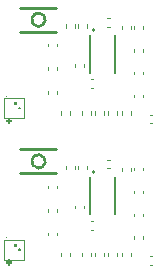
<source format=gbo>
G04 #@! TF.GenerationSoftware,KiCad,Pcbnew,7.0.2-6a45011f42~172~ubuntu22.04.1*
G04 #@! TF.CreationDate,2023-05-27T08:42:39+08:00*
G04 #@! TF.ProjectId,panel_2_1,70616e65-6c5f-4325-9f31-2e6b69636164,rev?*
G04 #@! TF.SameCoordinates,Original*
G04 #@! TF.FileFunction,Legend,Bot*
G04 #@! TF.FilePolarity,Positive*
%FSLAX46Y46*%
G04 Gerber Fmt 4.6, Leading zero omitted, Abs format (unit mm)*
G04 Created by KiCad (PCBNEW 7.0.2-6a45011f42~172~ubuntu22.04.1) date 2023-05-27 08:42:39*
%MOMM*%
%LPD*%
G01*
G04 APERTURE LIST*
%ADD10C,0.100000*%
%ADD11C,0.120000*%
%ADD12C,0.152000*%
%ADD13C,0.200000*%
%ADD14C,0.254000*%
G04 APERTURE END LIST*
D10*
G04 #@! TO.C,U5*
X30680000Y-31070000D02*
X30680000Y-32770000D01*
X28980000Y-31070000D02*
X30680000Y-31070000D01*
X30680000Y-32770000D02*
X28980000Y-32770000D01*
X28980000Y-32770000D02*
X28980000Y-31070000D01*
X29180000Y-30920000D02*
G75*
G03*
X29180000Y-30920000I-50000J0D01*
G01*
D11*
X30330000Y-31970000D02*
X30130000Y-31970000D01*
X30230000Y-31820000D01*
X30330000Y-31970000D01*
G36*
X30330000Y-31970000D02*
G01*
X30130000Y-31970000D01*
X30230000Y-31820000D01*
X30330000Y-31970000D01*
G37*
X29405000Y-33195000D02*
X29305000Y-33195000D01*
X29305000Y-32745000D01*
X29405000Y-32745000D01*
X29405000Y-33195000D01*
G36*
X29405000Y-33195000D02*
G01*
X29305000Y-33195000D01*
X29305000Y-32745000D01*
X29405000Y-32745000D01*
X29405000Y-33195000D01*
G37*
X29580000Y-33020000D02*
X29130000Y-33020000D01*
X29130000Y-32920000D01*
X29580000Y-32920000D01*
X29580000Y-33020000D01*
G36*
X29580000Y-33020000D02*
G01*
X29130000Y-33020000D01*
X29130000Y-32920000D01*
X29580000Y-32920000D01*
X29580000Y-33020000D01*
G37*
X29960000Y-31580000D02*
X29960000Y-31590000D01*
X29830000Y-31590000D01*
X29830000Y-31420000D01*
X29960000Y-31420000D01*
X29960000Y-31580000D01*
G36*
X29960000Y-31580000D02*
G01*
X29960000Y-31590000D01*
X29830000Y-31590000D01*
X29830000Y-31420000D01*
X29960000Y-31420000D01*
X29960000Y-31580000D01*
G37*
G04 #@! TO.C,R11*
X39690000Y-44186359D02*
X39690000Y-44493641D01*
X38930000Y-44186359D02*
X38930000Y-44493641D01*
G04 #@! TO.C,C4*
X33430000Y-30492164D02*
X33430000Y-30707836D01*
X32710000Y-30492164D02*
X32710000Y-30707836D01*
G04 #@! TO.C,R8*
X36320000Y-32186359D02*
X36320000Y-32493641D01*
X35560000Y-32186359D02*
X35560000Y-32493641D01*
G04 #@! TO.C,C12*
X37702164Y-24320000D02*
X37917836Y-24320000D01*
X37702164Y-25040000D02*
X37917836Y-25040000D01*
G04 #@! TO.C,R9*
X37450000Y-32186359D02*
X37450000Y-32493641D01*
X36690000Y-32186359D02*
X36690000Y-32493641D01*
G04 #@! TO.C,C6*
X41487836Y-45210000D02*
X41272164Y-45210000D01*
X41487836Y-44490000D02*
X41272164Y-44490000D01*
G04 #@! TO.C,C8*
X39980000Y-31022836D02*
X39980000Y-30807164D01*
X40700000Y-31022836D02*
X40700000Y-30807164D01*
G04 #@! TO.C,R5*
X34970000Y-36811359D02*
X34970000Y-37118641D01*
X34210000Y-36811359D02*
X34210000Y-37118641D01*
G04 #@! TO.C,C4*
X33430000Y-42492164D02*
X33430000Y-42707836D01*
X32710000Y-42492164D02*
X32710000Y-42707836D01*
G04 #@! TO.C,C13*
X33430000Y-26502164D02*
X33430000Y-26717836D01*
X32710000Y-26502164D02*
X32710000Y-26717836D01*
G04 #@! TO.C,R8*
X36320000Y-44186359D02*
X36320000Y-44493641D01*
X35560000Y-44186359D02*
X35560000Y-44493641D01*
G04 #@! TO.C,R9*
X37450000Y-44186359D02*
X37450000Y-44493641D01*
X36690000Y-44186359D02*
X36690000Y-44493641D01*
G04 #@! TO.C,R10*
X38560000Y-32186359D02*
X38560000Y-32493641D01*
X37800000Y-32186359D02*
X37800000Y-32493641D01*
G04 #@! TO.C,R11*
X39690000Y-32186359D02*
X39690000Y-32493641D01*
X38930000Y-32186359D02*
X38930000Y-32493641D01*
G04 #@! TO.C,R5*
X34970000Y-24811359D02*
X34970000Y-25118641D01*
X34210000Y-24811359D02*
X34210000Y-25118641D01*
G04 #@! TO.C,R6*
X35995000Y-24811359D02*
X35995000Y-25118641D01*
X35235000Y-24811359D02*
X35235000Y-25118641D01*
G04 #@! TO.C,C10*
X39980000Y-39152836D02*
X39980000Y-38937164D01*
X40700000Y-39152836D02*
X40700000Y-38937164D01*
G04 #@! TO.C,R2*
X33800000Y-44503641D02*
X33800000Y-44196359D01*
X34560000Y-44503641D02*
X34560000Y-44196359D01*
G04 #@! TO.C,C5*
X39980000Y-29087836D02*
X39980000Y-28872164D01*
X40700000Y-29087836D02*
X40700000Y-28872164D01*
G04 #@! TO.C,C11*
X40700000Y-37002164D02*
X40700000Y-37217836D01*
X39980000Y-37002164D02*
X39980000Y-37217836D01*
G04 #@! TO.C,C9*
X39670000Y-25012164D02*
X39670000Y-25227836D01*
X38950000Y-25012164D02*
X38950000Y-25227836D01*
G04 #@! TO.C,R6*
X35995000Y-36811359D02*
X35995000Y-37118641D01*
X35235000Y-36811359D02*
X35235000Y-37118641D01*
G04 #@! TO.C,C12*
X37702164Y-36320000D02*
X37917836Y-36320000D01*
X37702164Y-37040000D02*
X37917836Y-37040000D01*
G04 #@! TO.C,C11*
X40700000Y-25002164D02*
X40700000Y-25217836D01*
X39980000Y-25002164D02*
X39980000Y-25217836D01*
G04 #@! TO.C,C2*
X36507836Y-30240000D02*
X36292164Y-30240000D01*
X36507836Y-29520000D02*
X36292164Y-29520000D01*
G04 #@! TO.C,C8*
X39980000Y-43022836D02*
X39980000Y-42807164D01*
X40700000Y-43022836D02*
X40700000Y-42807164D01*
G04 #@! TO.C,C7*
X32710000Y-40712836D02*
X32710000Y-40497164D01*
X33430000Y-40712836D02*
X33430000Y-40497164D01*
G04 #@! TO.C,C14*
X34980000Y-28437836D02*
X34980000Y-28222164D01*
X35700000Y-28437836D02*
X35700000Y-28222164D01*
D10*
G04 #@! TO.C,U5*
X30680000Y-43070000D02*
X30680000Y-44770000D01*
X28980000Y-43070000D02*
X30680000Y-43070000D01*
X30680000Y-44770000D02*
X28980000Y-44770000D01*
X28980000Y-44770000D02*
X28980000Y-43070000D01*
X29180000Y-42920000D02*
G75*
G03*
X29180000Y-42920000I-50000J0D01*
G01*
D11*
X30330000Y-43970000D02*
X30130000Y-43970000D01*
X30230000Y-43820000D01*
X30330000Y-43970000D01*
G36*
X30330000Y-43970000D02*
G01*
X30130000Y-43970000D01*
X30230000Y-43820000D01*
X30330000Y-43970000D01*
G37*
X29405000Y-45195000D02*
X29305000Y-45195000D01*
X29305000Y-44745000D01*
X29405000Y-44745000D01*
X29405000Y-45195000D01*
G36*
X29405000Y-45195000D02*
G01*
X29305000Y-45195000D01*
X29305000Y-44745000D01*
X29405000Y-44745000D01*
X29405000Y-45195000D01*
G37*
X29580000Y-45020000D02*
X29130000Y-45020000D01*
X29130000Y-44920000D01*
X29580000Y-44920000D01*
X29580000Y-45020000D01*
G36*
X29580000Y-45020000D02*
G01*
X29130000Y-45020000D01*
X29130000Y-44920000D01*
X29580000Y-44920000D01*
X29580000Y-45020000D01*
G37*
X29960000Y-43580000D02*
X29960000Y-43590000D01*
X29830000Y-43590000D01*
X29830000Y-43420000D01*
X29960000Y-43420000D01*
X29960000Y-43580000D01*
G36*
X29960000Y-43580000D02*
G01*
X29960000Y-43590000D01*
X29830000Y-43590000D01*
X29830000Y-43420000D01*
X29960000Y-43420000D01*
X29960000Y-43580000D01*
G37*
G04 #@! TO.C,C13*
X33430000Y-38502164D02*
X33430000Y-38717836D01*
X32710000Y-38502164D02*
X32710000Y-38717836D01*
D12*
G04 #@! TO.C,U2*
X36214000Y-40944000D02*
X36214000Y-37792000D01*
X38366000Y-37792000D02*
X38366000Y-40944000D01*
D13*
X36628000Y-37336000D02*
G75*
G03*
X36628000Y-37336000I-100000J0D01*
G01*
D11*
G04 #@! TO.C,C14*
X34980000Y-40437836D02*
X34980000Y-40222164D01*
X35700000Y-40437836D02*
X35700000Y-40222164D01*
G04 #@! TO.C,C10*
X39980000Y-27152836D02*
X39980000Y-26937164D01*
X40700000Y-27152836D02*
X40700000Y-26937164D01*
D12*
G04 #@! TO.C,U2*
X36214000Y-28944000D02*
X36214000Y-25792000D01*
X38366000Y-25792000D02*
X38366000Y-28944000D01*
D13*
X36628000Y-25336000D02*
G75*
G03*
X36628000Y-25336000I-100000J0D01*
G01*
D11*
G04 #@! TO.C,C2*
X36507836Y-42240000D02*
X36292164Y-42240000D01*
X36507836Y-41520000D02*
X36292164Y-41520000D01*
G04 #@! TO.C,R10*
X38560000Y-44186359D02*
X38560000Y-44493641D01*
X37800000Y-44186359D02*
X37800000Y-44493641D01*
G04 #@! TO.C,C5*
X39980000Y-41087836D02*
X39980000Y-40872164D01*
X40700000Y-41087836D02*
X40700000Y-40872164D01*
G04 #@! TO.C,C7*
X32710000Y-28712836D02*
X32710000Y-28497164D01*
X33430000Y-28712836D02*
X33430000Y-28497164D01*
D14*
G04 #@! TO.C,SW1*
X33394000Y-25471000D02*
X30346000Y-25471000D01*
X33394000Y-23439000D02*
X30346000Y-23439000D01*
X31468000Y-24857000D02*
G75*
G03*
X31361508Y-24709252I402000J402000D01*
G01*
X33394000Y-37471000D02*
X30346000Y-37471000D01*
X33394000Y-35439000D02*
X30346000Y-35439000D01*
X31468000Y-36857000D02*
G75*
G03*
X31361508Y-36709252I402000J402000D01*
G01*
D11*
G04 #@! TO.C,R2*
X33800000Y-32503641D02*
X33800000Y-32196359D01*
X34560000Y-32503641D02*
X34560000Y-32196359D01*
G04 #@! TO.C,C6*
X41487836Y-33210000D02*
X41272164Y-33210000D01*
X41487836Y-32490000D02*
X41272164Y-32490000D01*
G04 #@! TO.C,C9*
X39670000Y-37012164D02*
X39670000Y-37227836D01*
X38950000Y-37012164D02*
X38950000Y-37227836D01*
G04 #@! TD*
M02*

</source>
